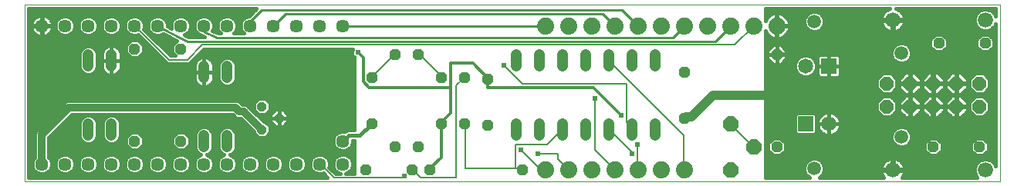
<source format=gbl>
G75*
%MOIN*%
%OFA0B0*%
%FSLAX24Y24*%
%IPPOS*%
%LPD*%
%AMOC8*
5,1,8,0,0,1.08239X$1,22.5*
%
%ADD10C,0.0010*%
%ADD11OC8,0.0600*%
%ADD12R,0.0650X0.0650*%
%ADD13C,0.0650*%
%ADD14OC8,0.0480*%
%ADD15C,0.0660*%
%ADD16C,0.0570*%
%ADD17OC8,0.0413*%
%ADD18C,0.0480*%
%ADD19C,0.0591*%
%ADD20C,0.0740*%
%ADD21OC8,0.0660*%
%ADD22C,0.0120*%
%ADD23C,0.0240*%
%ADD24C,0.0160*%
%ADD25C,0.0400*%
%ADD26C,0.0320*%
%ADD27C,0.0080*%
%ADD28C,0.0100*%
D10*
X001244Y004057D02*
X043370Y004057D01*
X043370Y011734D01*
X001244Y011734D01*
X001244Y004057D01*
D11*
X038494Y007307D03*
X039494Y007307D03*
X040494Y007307D03*
X041494Y007307D03*
X042494Y007307D03*
X042494Y008307D03*
X041494Y008307D03*
X040494Y008307D03*
X039494Y008307D03*
X038494Y008307D03*
D12*
X035994Y009057D03*
X034994Y006557D03*
D13*
X035994Y006557D03*
X034994Y009057D03*
D14*
X033744Y009557D03*
X029744Y008807D03*
X029744Y006807D03*
X033744Y005557D03*
X040494Y005557D03*
X042494Y005557D03*
X042744Y010057D03*
X040744Y010057D03*
X022744Y004557D03*
X018744Y004557D03*
X017994Y004557D03*
X015994Y004557D03*
X017244Y005557D03*
X018244Y005557D03*
X021244Y006507D03*
X020244Y006557D03*
X019244Y006557D03*
X016244Y006557D03*
X016244Y008557D03*
X019244Y008557D03*
X020244Y008557D03*
X021244Y008507D03*
X018244Y009557D03*
X017244Y009557D03*
X007994Y009807D03*
X005994Y009807D03*
X005994Y005807D03*
X007994Y005807D03*
D15*
X038744Y004557D03*
X042744Y004557D03*
X042744Y011057D03*
X038744Y011057D03*
D16*
X014994Y010807D03*
X013994Y010807D03*
X012994Y010807D03*
X011994Y010807D03*
X010994Y010807D03*
X009994Y010807D03*
X008994Y010807D03*
X007994Y010807D03*
X006994Y010807D03*
X005994Y010807D03*
X004994Y010807D03*
X003994Y010807D03*
X002994Y010807D03*
X001994Y010807D03*
X014994Y005807D03*
X014994Y004807D03*
X013994Y004807D03*
X012994Y004807D03*
X011994Y004807D03*
X010994Y004807D03*
X009994Y004807D03*
X008994Y004807D03*
X007994Y004807D03*
X006994Y004807D03*
X005994Y004807D03*
X004994Y004807D03*
X003994Y004807D03*
X002994Y004807D03*
X001994Y004807D03*
D17*
X011494Y006307D03*
X012244Y006807D03*
X011494Y007307D03*
D18*
X009994Y008567D02*
X009994Y009047D01*
X008994Y009047D02*
X008994Y008567D01*
X004994Y009067D02*
X004994Y009547D01*
X003994Y009547D02*
X003994Y009067D01*
X003994Y006547D02*
X003994Y006067D01*
X004994Y006067D02*
X004994Y006547D01*
X008994Y006047D02*
X008994Y005567D01*
X009994Y005567D02*
X009994Y006047D01*
X022494Y006067D02*
X022494Y006547D01*
X023494Y006547D02*
X023494Y006067D01*
X024494Y006067D02*
X024494Y006547D01*
X025494Y006547D02*
X025494Y006067D01*
X026494Y006067D02*
X026494Y006547D01*
X027494Y006547D02*
X027494Y006067D01*
X028494Y006067D02*
X028494Y006547D01*
X028494Y009067D02*
X028494Y009547D01*
X027494Y009547D02*
X027494Y009067D01*
X026494Y009067D02*
X026494Y009547D01*
X025494Y009547D02*
X025494Y009067D01*
X024494Y009067D02*
X024494Y009547D01*
X023494Y009547D02*
X023494Y009067D01*
X022494Y009067D02*
X022494Y009547D01*
D19*
X035364Y010991D03*
X039123Y009623D03*
X039123Y005991D03*
X035364Y004623D03*
D20*
X029744Y004557D03*
X028744Y004557D03*
X027744Y004557D03*
X026744Y004557D03*
X025744Y004557D03*
X024744Y004557D03*
X023744Y004557D03*
X023744Y010807D03*
X024744Y010807D03*
X025744Y010807D03*
X026744Y010807D03*
X027744Y010807D03*
X028744Y010807D03*
X029744Y010807D03*
X030744Y010807D03*
X031744Y010807D03*
X032744Y010807D03*
X033744Y010807D03*
D21*
X031744Y006557D03*
X032744Y005557D03*
X031744Y004557D03*
D22*
X038744Y004557D02*
X038764Y004617D01*
X040444Y006297D02*
X040444Y007257D01*
X040494Y007307D01*
X040444Y008377D02*
X040444Y009337D01*
X035994Y009057D02*
X035964Y009097D01*
X035484Y009577D02*
X033804Y009577D01*
X033744Y009557D01*
X033724Y010777D02*
X033744Y010807D01*
X038744Y011057D02*
X038764Y011017D01*
X027004Y006937D02*
X025804Y008137D01*
X021244Y008137D01*
X021244Y008507D01*
X021244Y008537D01*
X020604Y009177D01*
X019644Y009177D01*
X019644Y008137D01*
X016124Y008137D01*
X015884Y008377D01*
X015884Y009417D01*
X015644Y009657D01*
X019644Y008137D02*
X019644Y007017D01*
X019244Y006617D01*
X019244Y006557D01*
X019244Y005097D01*
X018764Y004617D01*
X018744Y004557D01*
X029744Y006807D02*
X029804Y006857D01*
D23*
X027004Y006937D03*
X025884Y007657D03*
X021964Y009097D03*
X015644Y009657D03*
X027724Y005657D03*
X027484Y005257D03*
X023404Y005257D03*
X022684Y005417D03*
X017644Y004297D03*
D24*
X015494Y004397D02*
X015114Y004397D01*
X015234Y004446D01*
X015354Y004566D01*
X015419Y004722D01*
X015419Y004891D01*
X015354Y005047D01*
X015234Y005167D01*
X015078Y005232D01*
X014909Y005232D01*
X014753Y005167D01*
X014633Y005047D01*
X014569Y004891D01*
X014569Y004722D01*
X014633Y004566D01*
X014753Y004446D01*
X014873Y004397D01*
X014678Y004397D01*
X014399Y004676D01*
X014419Y004722D01*
X014419Y004891D01*
X014354Y005047D01*
X014234Y005167D01*
X014078Y005232D01*
X013909Y005232D01*
X013753Y005167D01*
X013633Y005047D01*
X013569Y004891D01*
X013569Y004722D01*
X013633Y004566D01*
X013753Y004446D01*
X013909Y004382D01*
X014078Y004382D01*
X014153Y004413D01*
X014324Y004242D01*
X001429Y004242D01*
X001429Y011549D01*
X011267Y011549D01*
X010950Y011232D01*
X010909Y011232D01*
X010753Y011167D01*
X010633Y011047D01*
X010569Y010891D01*
X010569Y010722D01*
X010633Y010566D01*
X010713Y010487D01*
X010275Y010487D01*
X010354Y010566D01*
X010419Y010722D01*
X010419Y010891D01*
X010354Y011047D01*
X010234Y011167D01*
X010078Y011232D01*
X009909Y011232D01*
X009753Y011167D01*
X009633Y011047D01*
X009569Y010891D01*
X009569Y010722D01*
X009633Y010566D01*
X009713Y010487D01*
X009604Y010487D01*
X009365Y010591D01*
X009419Y010722D01*
X009419Y010891D01*
X009354Y011047D01*
X009234Y011167D01*
X009078Y011232D01*
X008909Y011232D01*
X008753Y011167D01*
X008633Y011047D01*
X008569Y010891D01*
X008569Y010722D01*
X008633Y010566D01*
X008753Y010446D01*
X008844Y010409D01*
X008845Y010404D01*
X008885Y010387D01*
X008915Y010357D01*
X008954Y010357D01*
X009022Y010327D01*
X008329Y010327D01*
X008156Y010414D01*
X008234Y010446D01*
X008354Y010566D01*
X008419Y010722D01*
X008419Y010891D01*
X008354Y011047D01*
X008234Y011167D01*
X008078Y011232D01*
X007909Y011232D01*
X007753Y011167D01*
X007633Y011047D01*
X007569Y010891D01*
X007569Y010722D01*
X007575Y010706D01*
X007419Y010785D01*
X007419Y010891D01*
X007354Y011047D01*
X007234Y011167D01*
X007078Y011232D01*
X006909Y011232D01*
X006753Y011167D01*
X006633Y011047D01*
X006569Y010891D01*
X006569Y010722D01*
X006633Y010566D01*
X006753Y010446D01*
X006909Y010382D01*
X007078Y010382D01*
X007234Y010446D01*
X007239Y010451D01*
X007811Y010162D01*
X007614Y009964D01*
X007614Y009649D01*
X007746Y009517D01*
X007558Y009517D01*
X006399Y010676D01*
X006419Y010722D01*
X006419Y010891D01*
X006354Y011047D01*
X006234Y011167D01*
X006078Y011232D01*
X005909Y011232D01*
X005753Y011167D01*
X005633Y011047D01*
X005569Y010891D01*
X005569Y010722D01*
X005633Y010566D01*
X005753Y010446D01*
X005909Y010382D01*
X006078Y010382D01*
X006153Y010413D01*
X007304Y009262D01*
X007409Y009157D01*
X008358Y009157D01*
X008998Y009797D01*
X015420Y009797D01*
X015384Y009708D01*
X015384Y009605D01*
X015423Y009509D01*
X015494Y009439D01*
X015494Y006277D01*
X015153Y006277D01*
X015099Y006223D01*
X015078Y006232D01*
X014909Y006232D01*
X014753Y006167D01*
X014633Y006047D01*
X014569Y005891D01*
X014569Y005722D01*
X014633Y005566D01*
X014753Y005446D01*
X014909Y005382D01*
X015078Y005382D01*
X015234Y005446D01*
X015354Y005566D01*
X015419Y005722D01*
X015419Y005837D01*
X015494Y005837D01*
X015494Y004397D01*
X015494Y004532D02*
X015320Y004532D01*
X015406Y004691D02*
X015494Y004691D01*
X015494Y004849D02*
X015419Y004849D01*
X015370Y005008D02*
X015494Y005008D01*
X015494Y005166D02*
X015235Y005166D01*
X015494Y005325D02*
X010289Y005325D01*
X010316Y005351D02*
X010374Y005491D01*
X010374Y006122D01*
X010316Y006262D01*
X010209Y006369D01*
X010069Y006427D01*
X009918Y006427D01*
X009778Y006369D01*
X009672Y006262D01*
X009614Y006122D01*
X009614Y005491D01*
X009672Y005351D01*
X009778Y005245D01*
X009859Y005211D01*
X009753Y005167D01*
X009633Y005047D01*
X009569Y004891D01*
X009569Y004722D01*
X009633Y004566D01*
X009753Y004446D01*
X009909Y004382D01*
X010078Y004382D01*
X010234Y004446D01*
X010354Y004566D01*
X010419Y004722D01*
X010419Y004891D01*
X010354Y005047D01*
X010234Y005167D01*
X010128Y005211D01*
X010209Y005245D01*
X010316Y005351D01*
X010370Y005483D02*
X014716Y005483D01*
X014602Y005642D02*
X010374Y005642D01*
X010374Y005800D02*
X014569Y005800D01*
X014597Y005959D02*
X010374Y005959D01*
X010374Y006117D02*
X011193Y006117D01*
X011147Y006163D02*
X011350Y005960D01*
X011637Y005960D01*
X011840Y006163D01*
X011840Y006450D01*
X011637Y006653D01*
X011571Y006653D01*
X010958Y007267D01*
X010874Y007351D01*
X010763Y007397D01*
X010648Y007397D01*
X010618Y007427D01*
X010534Y007511D01*
X010423Y007557D01*
X003104Y007557D01*
X002994Y007511D01*
X002909Y007427D01*
X002909Y007427D01*
X001824Y006341D01*
X001824Y006341D01*
X001739Y006257D01*
X001694Y006146D01*
X001694Y005108D01*
X001633Y005047D01*
X001569Y004891D01*
X001569Y004722D01*
X001633Y004566D01*
X001753Y004446D01*
X001909Y004382D01*
X002078Y004382D01*
X002234Y004446D01*
X002354Y004566D01*
X002419Y004722D01*
X002419Y004891D01*
X002354Y005047D01*
X002294Y005108D01*
X002294Y005962D01*
X003288Y006957D01*
X010239Y006957D01*
X010354Y006842D01*
X010464Y006797D01*
X010579Y006797D01*
X011147Y006229D01*
X011147Y006163D01*
X011100Y006276D02*
X010302Y006276D01*
X009685Y006276D02*
X009302Y006276D01*
X009316Y006262D02*
X009209Y006369D01*
X009069Y006427D01*
X008918Y006427D01*
X008778Y006369D01*
X008672Y006262D01*
X008614Y006122D01*
X008614Y005491D01*
X008672Y005351D01*
X008778Y005245D01*
X008859Y005211D01*
X008753Y005167D01*
X008633Y005047D01*
X008569Y004891D01*
X008569Y004722D01*
X008633Y004566D01*
X008753Y004446D01*
X008909Y004382D01*
X009078Y004382D01*
X009234Y004446D01*
X009354Y004566D01*
X009419Y004722D01*
X009419Y004891D01*
X009354Y005047D01*
X009234Y005167D01*
X009128Y005211D01*
X009209Y005245D01*
X009316Y005351D01*
X009374Y005491D01*
X009374Y006122D01*
X009316Y006262D01*
X009374Y006117D02*
X009614Y006117D01*
X009614Y005959D02*
X009374Y005959D01*
X009374Y005800D02*
X009614Y005800D01*
X009614Y005642D02*
X009374Y005642D01*
X009370Y005483D02*
X009617Y005483D01*
X009698Y005325D02*
X009289Y005325D01*
X009235Y005166D02*
X009752Y005166D01*
X009617Y005008D02*
X009370Y005008D01*
X009419Y004849D02*
X009569Y004849D01*
X009582Y004691D02*
X009406Y004691D01*
X009320Y004532D02*
X009667Y004532D01*
X010320Y004532D02*
X010667Y004532D01*
X010633Y004566D02*
X010753Y004446D01*
X010909Y004382D01*
X011078Y004382D01*
X011234Y004446D01*
X011354Y004566D01*
X011419Y004722D01*
X011419Y004891D01*
X011354Y005047D01*
X011234Y005167D01*
X011078Y005232D01*
X010909Y005232D01*
X010753Y005167D01*
X010633Y005047D01*
X010569Y004891D01*
X010569Y004722D01*
X010633Y004566D01*
X010582Y004691D02*
X010406Y004691D01*
X010419Y004849D02*
X010569Y004849D01*
X010617Y005008D02*
X010370Y005008D01*
X010235Y005166D02*
X010752Y005166D01*
X011235Y005166D02*
X011752Y005166D01*
X011753Y005167D02*
X011633Y005047D01*
X011569Y004891D01*
X011569Y004722D01*
X011633Y004566D01*
X011753Y004446D01*
X011909Y004382D01*
X012078Y004382D01*
X012234Y004446D01*
X012354Y004566D01*
X012419Y004722D01*
X012419Y004891D01*
X012354Y005047D01*
X012234Y005167D01*
X012078Y005232D01*
X011909Y005232D01*
X011753Y005167D01*
X011617Y005008D02*
X011370Y005008D01*
X011419Y004849D02*
X011569Y004849D01*
X011582Y004691D02*
X011406Y004691D01*
X011320Y004532D02*
X011667Y004532D01*
X012320Y004532D02*
X012667Y004532D01*
X012633Y004566D02*
X012753Y004446D01*
X012909Y004382D01*
X013078Y004382D01*
X013234Y004446D01*
X013354Y004566D01*
X013419Y004722D01*
X013419Y004891D01*
X013354Y005047D01*
X013234Y005167D01*
X013078Y005232D01*
X012909Y005232D01*
X012753Y005167D01*
X012633Y005047D01*
X012569Y004891D01*
X012569Y004722D01*
X012633Y004566D01*
X012582Y004691D02*
X012406Y004691D01*
X012419Y004849D02*
X012569Y004849D01*
X012617Y005008D02*
X012370Y005008D01*
X012235Y005166D02*
X012752Y005166D01*
X013235Y005166D02*
X013752Y005166D01*
X013617Y005008D02*
X013370Y005008D01*
X013419Y004849D02*
X013569Y004849D01*
X013582Y004691D02*
X013406Y004691D01*
X013320Y004532D02*
X013667Y004532D01*
X014192Y004374D02*
X001429Y004374D01*
X001429Y004532D02*
X001667Y004532D01*
X001582Y004691D02*
X001429Y004691D01*
X001429Y004849D02*
X001569Y004849D01*
X001617Y005008D02*
X001429Y005008D01*
X001429Y005166D02*
X001694Y005166D01*
X001694Y005325D02*
X001429Y005325D01*
X001429Y005483D02*
X001694Y005483D01*
X001694Y005642D02*
X001429Y005642D01*
X001429Y005800D02*
X001694Y005800D01*
X001694Y005959D02*
X001429Y005959D01*
X001429Y006117D02*
X001694Y006117D01*
X001758Y006276D02*
X001429Y006276D01*
X001429Y006434D02*
X001917Y006434D01*
X002075Y006593D02*
X001429Y006593D01*
X001429Y006751D02*
X002234Y006751D01*
X002392Y006910D02*
X001429Y006910D01*
X001429Y007068D02*
X002551Y007068D01*
X002709Y007227D02*
X001429Y007227D01*
X001429Y007385D02*
X002868Y007385D01*
X003073Y007544D02*
X001429Y007544D01*
X001429Y007702D02*
X015494Y007702D01*
X015494Y007544D02*
X011747Y007544D01*
X011840Y007450D02*
X011637Y007653D01*
X011350Y007653D01*
X011147Y007450D01*
X011147Y007163D01*
X011350Y006960D01*
X011637Y006960D01*
X011840Y007163D01*
X011840Y007450D01*
X011840Y007385D02*
X015494Y007385D01*
X015494Y007227D02*
X011840Y007227D01*
X011746Y007068D02*
X011958Y007068D01*
X011857Y006967D02*
X012084Y007193D01*
X012244Y007193D01*
X012244Y006807D01*
X012244Y006807D01*
X012630Y006807D01*
X012630Y006967D01*
X012404Y007193D01*
X012244Y007193D01*
X012244Y006807D01*
X012244Y006807D01*
X012630Y006807D01*
X012630Y006647D01*
X012404Y006420D01*
X012244Y006420D01*
X012244Y006807D01*
X012244Y006807D01*
X011857Y006807D01*
X011857Y006967D01*
X011857Y006910D02*
X011315Y006910D01*
X011242Y007068D02*
X011156Y007068D01*
X011147Y007227D02*
X010998Y007227D01*
X011147Y007385D02*
X010791Y007385D01*
X010455Y007544D02*
X011240Y007544D01*
X012244Y007068D02*
X012244Y007068D01*
X012244Y006910D02*
X012244Y006910D01*
X012244Y006807D02*
X011857Y006807D01*
X011857Y006647D01*
X012084Y006420D01*
X012244Y006420D01*
X012244Y006807D01*
X012244Y006807D01*
X012244Y006751D02*
X012244Y006751D01*
X012244Y006593D02*
X012244Y006593D01*
X012244Y006434D02*
X012244Y006434D01*
X012418Y006434D02*
X015494Y006434D01*
X015494Y006593D02*
X012577Y006593D01*
X012630Y006751D02*
X015494Y006751D01*
X015494Y006910D02*
X012630Y006910D01*
X012529Y007068D02*
X015494Y007068D01*
X016204Y006537D02*
X015724Y006057D01*
X015244Y006057D01*
X014994Y005807D01*
X015419Y005800D02*
X015494Y005800D01*
X015494Y005642D02*
X015385Y005642D01*
X015494Y005483D02*
X015271Y005483D01*
X014752Y005166D02*
X014235Y005166D01*
X014370Y005008D02*
X014617Y005008D01*
X014569Y004849D02*
X014419Y004849D01*
X014406Y004691D02*
X014582Y004691D01*
X014543Y004532D02*
X014667Y004532D01*
X014703Y006117D02*
X011795Y006117D01*
X011840Y006276D02*
X015152Y006276D01*
X012069Y006434D02*
X011840Y006434D01*
X011911Y006593D02*
X011698Y006593D01*
X011857Y006751D02*
X011473Y006751D01*
X010783Y006593D02*
X005374Y006593D01*
X005374Y006622D02*
X005316Y006762D01*
X005209Y006869D01*
X005069Y006927D01*
X004918Y006927D01*
X004778Y006869D01*
X004672Y006762D01*
X004614Y006622D01*
X004614Y005991D01*
X004672Y005851D01*
X004778Y005745D01*
X004918Y005687D01*
X005069Y005687D01*
X005209Y005745D01*
X005316Y005851D01*
X005374Y005991D01*
X005374Y006622D01*
X005320Y006751D02*
X010625Y006751D01*
X010286Y006910D02*
X005110Y006910D01*
X004877Y006910D02*
X004110Y006910D01*
X004069Y006927D02*
X003918Y006927D01*
X003778Y006869D01*
X003672Y006762D01*
X003614Y006622D01*
X003614Y005991D01*
X003672Y005851D01*
X003778Y005745D01*
X003918Y005687D01*
X004069Y005687D01*
X004209Y005745D01*
X004316Y005851D01*
X004374Y005991D01*
X004374Y006622D01*
X004316Y006762D01*
X004209Y006869D01*
X004069Y006927D01*
X003877Y006910D02*
X003241Y006910D01*
X003082Y006751D02*
X003667Y006751D01*
X003614Y006593D02*
X002924Y006593D01*
X002765Y006434D02*
X003614Y006434D01*
X003614Y006276D02*
X002607Y006276D01*
X002448Y006117D02*
X003614Y006117D01*
X003627Y005959D02*
X002294Y005959D01*
X002294Y005800D02*
X003723Y005800D01*
X004265Y005800D02*
X004723Y005800D01*
X004627Y005959D02*
X004360Y005959D01*
X004374Y006117D02*
X004614Y006117D01*
X004614Y006276D02*
X004374Y006276D01*
X004374Y006434D02*
X004614Y006434D01*
X004614Y006593D02*
X004374Y006593D01*
X004320Y006751D02*
X004667Y006751D01*
X005374Y006434D02*
X010942Y006434D01*
X008685Y006276D02*
X005374Y006276D01*
X005374Y006117D02*
X005767Y006117D01*
X005836Y006187D02*
X005614Y005964D01*
X005614Y005649D01*
X005836Y005427D01*
X006151Y005427D01*
X006374Y005649D01*
X006374Y005964D01*
X006151Y006187D01*
X005836Y006187D01*
X005614Y005959D02*
X005360Y005959D01*
X005265Y005800D02*
X005614Y005800D01*
X005621Y005642D02*
X002294Y005642D01*
X002294Y005483D02*
X005780Y005483D01*
X006208Y005483D02*
X007780Y005483D01*
X007836Y005427D02*
X007614Y005649D01*
X007614Y005964D01*
X007836Y006187D01*
X008151Y006187D01*
X008374Y005964D01*
X008374Y005649D01*
X008151Y005427D01*
X007836Y005427D01*
X007909Y005232D02*
X007753Y005167D01*
X007633Y005047D01*
X007569Y004891D01*
X007569Y004722D01*
X007633Y004566D01*
X007753Y004446D01*
X007909Y004382D01*
X008078Y004382D01*
X008234Y004446D01*
X008354Y004566D01*
X008419Y004722D01*
X008419Y004891D01*
X008354Y005047D01*
X008234Y005167D01*
X008078Y005232D01*
X007909Y005232D01*
X007752Y005166D02*
X007235Y005166D01*
X007234Y005167D02*
X007078Y005232D01*
X006909Y005232D01*
X006753Y005167D01*
X006633Y005047D01*
X006569Y004891D01*
X006569Y004722D01*
X006633Y004566D01*
X006753Y004446D01*
X006909Y004382D01*
X007078Y004382D01*
X007234Y004446D01*
X007354Y004566D01*
X007419Y004722D01*
X007419Y004891D01*
X007354Y005047D01*
X007234Y005167D01*
X007370Y005008D02*
X007617Y005008D01*
X007569Y004849D02*
X007419Y004849D01*
X007406Y004691D02*
X007582Y004691D01*
X007667Y004532D02*
X007320Y004532D01*
X006667Y004532D02*
X006320Y004532D01*
X006354Y004566D02*
X006419Y004722D01*
X006419Y004891D01*
X006354Y005047D01*
X006234Y005167D01*
X006078Y005232D01*
X005909Y005232D01*
X005753Y005167D01*
X005633Y005047D01*
X005569Y004891D01*
X005569Y004722D01*
X005633Y004566D01*
X005753Y004446D01*
X005909Y004382D01*
X006078Y004382D01*
X006234Y004446D01*
X006354Y004566D01*
X006406Y004691D02*
X006582Y004691D01*
X006569Y004849D02*
X006419Y004849D01*
X006370Y005008D02*
X006617Y005008D01*
X006752Y005166D02*
X006235Y005166D01*
X005752Y005166D02*
X005235Y005166D01*
X005234Y005167D02*
X005078Y005232D01*
X004909Y005232D01*
X004753Y005167D01*
X004633Y005047D01*
X004569Y004891D01*
X004569Y004722D01*
X004633Y004566D01*
X004753Y004446D01*
X004909Y004382D01*
X005078Y004382D01*
X005234Y004446D01*
X005354Y004566D01*
X005419Y004722D01*
X005419Y004891D01*
X005354Y005047D01*
X005234Y005167D01*
X005370Y005008D02*
X005617Y005008D01*
X005569Y004849D02*
X005419Y004849D01*
X005406Y004691D02*
X005582Y004691D01*
X005667Y004532D02*
X005320Y004532D01*
X004667Y004532D02*
X004320Y004532D01*
X004354Y004566D02*
X004419Y004722D01*
X004419Y004891D01*
X004354Y005047D01*
X004234Y005167D01*
X004078Y005232D01*
X003909Y005232D01*
X003753Y005167D01*
X003633Y005047D01*
X003569Y004891D01*
X003569Y004722D01*
X003633Y004566D01*
X003753Y004446D01*
X003909Y004382D01*
X004078Y004382D01*
X004234Y004446D01*
X004354Y004566D01*
X004406Y004691D02*
X004582Y004691D01*
X004569Y004849D02*
X004419Y004849D01*
X004370Y005008D02*
X004617Y005008D01*
X004752Y005166D02*
X004235Y005166D01*
X003752Y005166D02*
X003235Y005166D01*
X003234Y005167D02*
X003078Y005232D01*
X002909Y005232D01*
X002753Y005167D01*
X002633Y005047D01*
X002569Y004891D01*
X002569Y004722D01*
X002633Y004566D01*
X002753Y004446D01*
X002909Y004382D01*
X003078Y004382D01*
X003234Y004446D01*
X003354Y004566D01*
X003419Y004722D01*
X003419Y004891D01*
X003354Y005047D01*
X003234Y005167D01*
X003370Y005008D02*
X003617Y005008D01*
X003569Y004849D02*
X003419Y004849D01*
X003406Y004691D02*
X003582Y004691D01*
X003667Y004532D02*
X003320Y004532D01*
X002667Y004532D02*
X002320Y004532D01*
X002406Y004691D02*
X002582Y004691D01*
X002569Y004849D02*
X002419Y004849D01*
X002370Y005008D02*
X002617Y005008D01*
X002752Y005166D02*
X002294Y005166D01*
X002294Y005325D02*
X008698Y005325D01*
X008752Y005166D02*
X008235Y005166D01*
X008370Y005008D02*
X008617Y005008D01*
X008569Y004849D02*
X008419Y004849D01*
X008406Y004691D02*
X008582Y004691D01*
X008667Y004532D02*
X008320Y004532D01*
X008208Y005483D02*
X008617Y005483D01*
X008614Y005642D02*
X008366Y005642D01*
X008374Y005800D02*
X008614Y005800D01*
X008614Y005959D02*
X008374Y005959D01*
X008221Y006117D02*
X008614Y006117D01*
X007767Y006117D02*
X006221Y006117D01*
X006374Y005959D02*
X007614Y005959D01*
X007614Y005800D02*
X006374Y005800D01*
X006366Y005642D02*
X007621Y005642D01*
X001429Y007861D02*
X015494Y007861D01*
X015494Y008019D02*
X001429Y008019D01*
X001429Y008178D02*
X008832Y008178D01*
X008832Y008177D02*
X008895Y008157D01*
X008961Y008147D01*
X008994Y008147D01*
X009027Y008147D01*
X009092Y008157D01*
X009155Y008177D01*
X009214Y008207D01*
X009267Y008246D01*
X009314Y008293D01*
X009353Y008347D01*
X009383Y008405D01*
X009403Y008468D01*
X009414Y008534D01*
X009414Y008807D01*
X009414Y009080D01*
X009403Y009145D01*
X009383Y009208D01*
X009353Y009267D01*
X009314Y009320D01*
X009267Y009367D01*
X009214Y009406D01*
X009155Y009436D01*
X009092Y009456D01*
X009027Y009467D01*
X008994Y009467D01*
X008994Y008807D01*
X009414Y008807D01*
X008994Y008807D01*
X008994Y008807D01*
X008994Y008807D01*
X008994Y009467D01*
X008961Y009467D01*
X008895Y009456D01*
X008832Y009436D01*
X008774Y009406D01*
X008720Y009367D01*
X008673Y009320D01*
X008634Y009267D01*
X008604Y009208D01*
X008584Y009145D01*
X008574Y009080D01*
X008574Y008807D01*
X008994Y008807D01*
X008994Y008147D01*
X008994Y008807D01*
X008994Y008807D01*
X008994Y008807D01*
X008574Y008807D01*
X008574Y008534D01*
X008584Y008468D01*
X008604Y008405D01*
X008634Y008347D01*
X008673Y008293D01*
X008720Y008246D01*
X008774Y008207D01*
X008832Y008177D01*
X008994Y008178D02*
X008994Y008178D01*
X008994Y008336D02*
X008994Y008336D01*
X008994Y008495D02*
X008994Y008495D01*
X008994Y008653D02*
X008994Y008653D01*
X008994Y008812D02*
X008994Y008812D01*
X008994Y008970D02*
X008994Y008970D01*
X008994Y009129D02*
X008994Y009129D01*
X008994Y009287D02*
X008994Y009287D01*
X008994Y009446D02*
X008994Y009446D01*
X009125Y009446D02*
X015487Y009446D01*
X015494Y009287D02*
X010291Y009287D01*
X010316Y009262D02*
X010209Y009369D01*
X010069Y009427D01*
X009918Y009427D01*
X009778Y009369D01*
X009672Y009262D01*
X009614Y009122D01*
X009614Y008491D01*
X009672Y008351D01*
X009778Y008245D01*
X009918Y008187D01*
X010069Y008187D01*
X010209Y008245D01*
X010316Y008351D01*
X010374Y008491D01*
X010374Y009122D01*
X010316Y009262D01*
X010371Y009129D02*
X015494Y009129D01*
X015494Y008970D02*
X010374Y008970D01*
X010374Y008812D02*
X015494Y008812D01*
X015494Y008653D02*
X010374Y008653D01*
X010374Y008495D02*
X015494Y008495D01*
X015494Y008336D02*
X010301Y008336D01*
X009687Y008336D02*
X009345Y008336D01*
X009408Y008495D02*
X009614Y008495D01*
X009614Y008653D02*
X009414Y008653D01*
X009414Y008812D02*
X009614Y008812D01*
X009614Y008970D02*
X009414Y008970D01*
X009406Y009129D02*
X009616Y009129D01*
X009697Y009287D02*
X009338Y009287D01*
X008863Y009446D02*
X008647Y009446D01*
X008649Y009287D02*
X008489Y009287D01*
X008581Y009129D02*
X005414Y009129D01*
X005414Y009034D02*
X005414Y009307D01*
X005414Y009580D01*
X005403Y009645D01*
X005383Y009708D01*
X005353Y009767D01*
X005314Y009820D01*
X005267Y009867D01*
X005214Y009906D01*
X005155Y009936D01*
X005092Y009956D01*
X005027Y009967D01*
X004994Y009967D01*
X004994Y009307D01*
X005414Y009307D01*
X004994Y009307D01*
X004994Y009307D01*
X004994Y009307D01*
X004994Y009967D01*
X004961Y009967D01*
X004895Y009956D01*
X004832Y009936D01*
X004774Y009906D01*
X004720Y009867D01*
X004673Y009820D01*
X004634Y009767D01*
X004604Y009708D01*
X004584Y009645D01*
X004574Y009580D01*
X004574Y009307D01*
X004994Y009307D01*
X004994Y008647D01*
X005027Y008647D01*
X005092Y008657D01*
X005155Y008677D01*
X005214Y008707D01*
X005267Y008746D01*
X005314Y008793D01*
X005353Y008847D01*
X005383Y008905D01*
X005403Y008968D01*
X005414Y009034D01*
X005404Y008970D02*
X008574Y008970D01*
X008574Y008812D02*
X005328Y008812D01*
X005068Y008653D02*
X008574Y008653D01*
X008580Y008495D02*
X001429Y008495D01*
X001429Y008653D02*
X004920Y008653D01*
X004895Y008657D02*
X004961Y008647D01*
X004994Y008647D01*
X004994Y009307D01*
X004994Y009307D01*
X004994Y009307D01*
X004574Y009307D01*
X004574Y009034D01*
X004584Y008968D01*
X004604Y008905D01*
X004634Y008847D01*
X004673Y008793D01*
X004720Y008746D01*
X004774Y008707D01*
X004832Y008677D01*
X004895Y008657D01*
X004994Y008653D02*
X004994Y008653D01*
X004994Y008812D02*
X004994Y008812D01*
X004994Y008970D02*
X004994Y008970D01*
X004994Y009129D02*
X004994Y009129D01*
X004994Y009287D02*
X004994Y009287D01*
X004994Y009446D02*
X004994Y009446D01*
X004994Y009604D02*
X004994Y009604D01*
X004994Y009763D02*
X004994Y009763D01*
X004994Y009921D02*
X004994Y009921D01*
X005184Y009921D02*
X005614Y009921D01*
X005614Y009964D02*
X005614Y009649D01*
X005836Y009427D01*
X006151Y009427D01*
X006374Y009649D01*
X006374Y009964D01*
X006151Y010187D01*
X005836Y010187D01*
X005614Y009964D01*
X005729Y010080D02*
X001429Y010080D01*
X001429Y010238D02*
X006328Y010238D01*
X006258Y010080D02*
X006486Y010080D01*
X006374Y009921D02*
X006645Y009921D01*
X006803Y009763D02*
X006374Y009763D01*
X006329Y009604D02*
X006962Y009604D01*
X007120Y009446D02*
X006170Y009446D01*
X005817Y009446D02*
X005414Y009446D01*
X005410Y009604D02*
X005659Y009604D01*
X005614Y009763D02*
X005355Y009763D01*
X004804Y009921D02*
X004083Y009921D01*
X004069Y009927D02*
X003918Y009927D01*
X003778Y009869D01*
X003672Y009762D01*
X003614Y009622D01*
X003614Y008991D01*
X003672Y008851D01*
X003778Y008745D01*
X003918Y008687D01*
X004069Y008687D01*
X004209Y008745D01*
X004316Y008851D01*
X004374Y008991D01*
X004374Y009622D01*
X004316Y009762D01*
X004209Y009869D01*
X004069Y009927D01*
X003905Y009921D02*
X001429Y009921D01*
X001429Y009763D02*
X003672Y009763D01*
X003614Y009604D02*
X001429Y009604D01*
X001429Y009446D02*
X003614Y009446D01*
X003614Y009287D02*
X001429Y009287D01*
X001429Y009129D02*
X003614Y009129D01*
X003622Y008970D02*
X001429Y008970D01*
X001429Y008812D02*
X003711Y008812D01*
X004276Y008812D02*
X004660Y008812D01*
X004584Y008970D02*
X004365Y008970D01*
X004374Y009129D02*
X004574Y009129D01*
X004574Y009287D02*
X004374Y009287D01*
X004374Y009446D02*
X004574Y009446D01*
X004578Y009604D02*
X004374Y009604D01*
X004315Y009763D02*
X004632Y009763D01*
X004909Y010382D02*
X005078Y010382D01*
X005234Y010446D01*
X005354Y010566D01*
X005419Y010722D01*
X005419Y010891D01*
X005354Y011047D01*
X005234Y011167D01*
X005078Y011232D01*
X004909Y011232D01*
X004753Y011167D01*
X004633Y011047D01*
X004569Y010891D01*
X004569Y010722D01*
X004633Y010566D01*
X004753Y010446D01*
X004909Y010382D01*
X004873Y010397D02*
X004114Y010397D01*
X004078Y010382D02*
X004234Y010446D01*
X004354Y010566D01*
X004419Y010722D01*
X004419Y010891D01*
X004354Y011047D01*
X004234Y011167D01*
X004078Y011232D01*
X003909Y011232D01*
X003753Y011167D01*
X003633Y011047D01*
X003569Y010891D01*
X003569Y010722D01*
X003633Y010566D01*
X003753Y010446D01*
X003909Y010382D01*
X004078Y010382D01*
X003873Y010397D02*
X003114Y010397D01*
X003078Y010382D02*
X003234Y010446D01*
X003354Y010566D01*
X003419Y010722D01*
X003419Y010891D01*
X003354Y011047D01*
X003234Y011167D01*
X003078Y011232D01*
X002909Y011232D01*
X002753Y011167D01*
X002633Y011047D01*
X002569Y010891D01*
X002569Y010722D01*
X002633Y010566D01*
X002753Y010446D01*
X002909Y010382D01*
X003078Y010382D01*
X002873Y010397D02*
X002213Y010397D01*
X002237Y010409D02*
X002172Y010376D01*
X002103Y010353D01*
X002030Y010342D01*
X002009Y010342D01*
X002009Y010792D01*
X002009Y010822D01*
X001979Y010822D01*
X001979Y011272D01*
X001957Y011272D01*
X001885Y011260D01*
X001815Y011238D01*
X001750Y011204D01*
X001691Y011161D01*
X001639Y011110D01*
X001596Y011050D01*
X001563Y010985D01*
X001540Y010916D01*
X001529Y010843D01*
X001529Y010822D01*
X001979Y010822D01*
X001979Y010792D01*
X001529Y010792D01*
X001529Y010770D01*
X001540Y010698D01*
X001563Y010628D01*
X001596Y010563D01*
X001639Y010504D01*
X001691Y010452D01*
X001750Y010409D01*
X001815Y010376D01*
X001885Y010353D01*
X001957Y010342D01*
X001979Y010342D01*
X001979Y010792D01*
X002009Y010792D01*
X002459Y010792D01*
X002459Y010770D01*
X002447Y010698D01*
X002425Y010628D01*
X002391Y010563D01*
X002348Y010504D01*
X002297Y010452D01*
X002237Y010409D01*
X002386Y010555D02*
X002644Y010555D01*
X002572Y010714D02*
X002450Y010714D01*
X002459Y010822D02*
X002459Y010843D01*
X002447Y010916D01*
X002425Y010985D01*
X002391Y011050D01*
X002348Y011110D01*
X002297Y011161D01*
X002237Y011204D01*
X002172Y011238D01*
X002103Y011260D01*
X002030Y011272D01*
X002009Y011272D01*
X002009Y010822D01*
X002459Y010822D01*
X002454Y010872D02*
X002569Y010872D01*
X002626Y011031D02*
X002401Y011031D01*
X002258Y011189D02*
X002807Y011189D01*
X003181Y011189D02*
X003807Y011189D01*
X003626Y011031D02*
X003361Y011031D01*
X003419Y010872D02*
X003569Y010872D01*
X003572Y010714D02*
X003415Y010714D01*
X003343Y010555D02*
X003644Y010555D01*
X004343Y010555D02*
X004644Y010555D01*
X004572Y010714D02*
X004415Y010714D01*
X004419Y010872D02*
X004569Y010872D01*
X004626Y011031D02*
X004361Y011031D01*
X004181Y011189D02*
X004807Y011189D01*
X005181Y011189D02*
X005807Y011189D01*
X005626Y011031D02*
X005361Y011031D01*
X005419Y010872D02*
X005569Y010872D01*
X005572Y010714D02*
X005415Y010714D01*
X005343Y010555D02*
X005644Y010555D01*
X005873Y010397D02*
X005114Y010397D01*
X006114Y010397D02*
X006169Y010397D01*
X006520Y010555D02*
X006644Y010555D01*
X006678Y010397D02*
X006873Y010397D01*
X006837Y010238D02*
X007660Y010238D01*
X007729Y010080D02*
X006995Y010080D01*
X007154Y009921D02*
X007614Y009921D01*
X007614Y009763D02*
X007312Y009763D01*
X007471Y009604D02*
X007659Y009604D01*
X007279Y009287D02*
X005414Y009287D01*
X008642Y008336D02*
X001429Y008336D01*
X001429Y010397D02*
X001774Y010397D01*
X001979Y010397D02*
X002009Y010397D01*
X002009Y010555D02*
X001979Y010555D01*
X001979Y010714D02*
X002009Y010714D01*
X002009Y010872D02*
X001979Y010872D01*
X001979Y011031D02*
X002009Y011031D01*
X002009Y011189D02*
X001979Y011189D01*
X001729Y011189D02*
X001429Y011189D01*
X001429Y011031D02*
X001586Y011031D01*
X001533Y010872D02*
X001429Y010872D01*
X001429Y010714D02*
X001538Y010714D01*
X001602Y010555D02*
X001429Y010555D01*
X001429Y011348D02*
X011066Y011348D01*
X011225Y011506D02*
X001429Y011506D01*
X006181Y011189D02*
X006807Y011189D01*
X006626Y011031D02*
X006361Y011031D01*
X006419Y010872D02*
X006569Y010872D01*
X006572Y010714D02*
X006415Y010714D01*
X007114Y010397D02*
X007345Y010397D01*
X008190Y010397D02*
X008863Y010397D01*
X008644Y010555D02*
X008343Y010555D01*
X008415Y010714D02*
X008572Y010714D01*
X008569Y010872D02*
X008419Y010872D01*
X008361Y011031D02*
X008626Y011031D01*
X008807Y011189D02*
X008181Y011189D01*
X007807Y011189D02*
X007181Y011189D01*
X007361Y011031D02*
X007626Y011031D01*
X007569Y010872D02*
X007419Y010872D01*
X007561Y010714D02*
X007572Y010714D01*
X009181Y011189D02*
X009807Y011189D01*
X009626Y011031D02*
X009361Y011031D01*
X009419Y010872D02*
X009569Y010872D01*
X009572Y010714D02*
X009415Y010714D01*
X009447Y010555D02*
X009644Y010555D01*
X010343Y010555D02*
X010644Y010555D01*
X010572Y010714D02*
X010415Y010714D01*
X010419Y010872D02*
X010569Y010872D01*
X010626Y011031D02*
X010361Y011031D01*
X010181Y011189D02*
X010807Y011189D01*
X008964Y009763D02*
X015406Y009763D01*
X015384Y009604D02*
X008806Y009604D01*
X009155Y008178D02*
X015494Y008178D01*
X033244Y008178D02*
X038054Y008178D01*
X038054Y008124D02*
X038311Y007867D01*
X038676Y007867D01*
X038934Y008124D01*
X038934Y008489D01*
X038676Y008747D01*
X038311Y008747D01*
X038054Y008489D01*
X038054Y008124D01*
X038159Y008019D02*
X033244Y008019D01*
X033244Y007861D02*
X039261Y007861D01*
X039295Y007827D02*
X039474Y007827D01*
X039474Y008287D01*
X039014Y008287D01*
X039014Y008108D01*
X039295Y007827D01*
X039295Y007787D02*
X039014Y007506D01*
X039014Y007327D01*
X039474Y007327D01*
X039474Y007787D01*
X039295Y007787D01*
X039210Y007702D02*
X038720Y007702D01*
X038676Y007747D02*
X038311Y007747D01*
X038054Y007489D01*
X038054Y007124D01*
X038311Y006867D01*
X038676Y006867D01*
X038934Y007124D01*
X038934Y007489D01*
X038676Y007747D01*
X038879Y007544D02*
X039052Y007544D01*
X039014Y007385D02*
X038934Y007385D01*
X039014Y007287D02*
X039014Y007108D01*
X039295Y006827D01*
X039474Y006827D01*
X039474Y007287D01*
X039014Y007287D01*
X039014Y007227D02*
X038934Y007227D01*
X038877Y007068D02*
X039053Y007068D01*
X039212Y006910D02*
X038719Y006910D01*
X038268Y006910D02*
X036355Y006910D01*
X036379Y006886D02*
X036323Y006942D01*
X036258Y006989D01*
X036188Y007025D01*
X036112Y007049D01*
X036033Y007062D01*
X035994Y007062D01*
X035994Y006557D01*
X036499Y006557D01*
X036499Y006596D01*
X036486Y006675D01*
X036462Y006751D01*
X036426Y006821D01*
X036379Y006886D01*
X036461Y006751D02*
X043185Y006751D01*
X043185Y006593D02*
X036499Y006593D01*
X036499Y006557D02*
X035994Y006557D01*
X035994Y006557D01*
X035994Y006557D01*
X035994Y007062D01*
X035954Y007062D01*
X035875Y007049D01*
X035800Y007025D01*
X035729Y006989D01*
X035665Y006942D01*
X035609Y006886D01*
X035562Y006821D01*
X035526Y006751D01*
X035459Y006751D01*
X035526Y006751D02*
X035501Y006675D01*
X035489Y006596D01*
X035489Y006557D01*
X035994Y006557D01*
X035994Y006052D01*
X036033Y006052D01*
X036112Y006064D01*
X036188Y006089D01*
X036258Y006125D01*
X036323Y006171D01*
X036379Y006228D01*
X036426Y006292D01*
X036462Y006363D01*
X036486Y006438D01*
X036499Y006517D01*
X036499Y006557D01*
X036485Y006434D02*
X043185Y006434D01*
X043185Y006276D02*
X039454Y006276D01*
X039492Y006237D02*
X039370Y006360D01*
X039210Y006426D01*
X039037Y006426D01*
X038877Y006360D01*
X038754Y006237D01*
X038688Y006077D01*
X038688Y005904D01*
X038754Y005744D01*
X038877Y005622D01*
X039037Y005555D01*
X039210Y005555D01*
X039370Y005622D01*
X039492Y005744D01*
X039558Y005904D01*
X039558Y006077D01*
X039492Y006237D01*
X039542Y006117D02*
X043185Y006117D01*
X043185Y005959D02*
X039558Y005959D01*
X039515Y005800D02*
X040200Y005800D01*
X040114Y005714D02*
X040114Y005399D01*
X040336Y005177D01*
X040651Y005177D01*
X040874Y005399D01*
X040874Y005714D01*
X040651Y005937D01*
X040336Y005937D01*
X040114Y005714D01*
X040114Y005642D02*
X039390Y005642D01*
X038857Y005642D02*
X034124Y005642D01*
X034124Y005714D02*
X033901Y005937D01*
X033586Y005937D01*
X033364Y005714D01*
X033364Y005399D01*
X033586Y005177D01*
X033901Y005177D01*
X034124Y005399D01*
X034124Y005714D01*
X034038Y005800D02*
X038731Y005800D01*
X038688Y005959D02*
X033244Y005959D01*
X033244Y006117D02*
X034585Y006117D01*
X034611Y006092D02*
X035377Y006092D01*
X035459Y006174D01*
X035459Y006940D01*
X035377Y007022D01*
X034611Y007022D01*
X034529Y006940D01*
X034529Y006174D01*
X034611Y006092D01*
X034529Y006276D02*
X033244Y006276D01*
X033244Y006434D02*
X034529Y006434D01*
X034529Y006593D02*
X033244Y006593D01*
X033244Y006751D02*
X034529Y006751D01*
X034529Y006910D02*
X033244Y006910D01*
X033244Y007068D02*
X038110Y007068D01*
X038054Y007227D02*
X033244Y007227D01*
X033244Y007385D02*
X038054Y007385D01*
X038108Y007544D02*
X033244Y007544D01*
X033244Y007702D02*
X038267Y007702D01*
X038828Y008019D02*
X039102Y008019D01*
X039014Y008178D02*
X038934Y008178D01*
X038934Y008336D02*
X039014Y008336D01*
X039014Y008327D02*
X039474Y008327D01*
X039474Y008787D01*
X039295Y008787D01*
X039014Y008506D01*
X039014Y008327D01*
X039014Y008495D02*
X038928Y008495D01*
X038769Y008653D02*
X039161Y008653D01*
X039474Y008653D02*
X039514Y008653D01*
X039514Y008787D02*
X039693Y008787D01*
X039974Y008506D01*
X039974Y008327D01*
X039514Y008327D01*
X039514Y008287D01*
X039974Y008287D01*
X039974Y008108D01*
X039693Y007827D01*
X039514Y007827D01*
X039514Y008287D01*
X039474Y008287D01*
X039474Y008327D01*
X039514Y008327D01*
X039514Y008787D01*
X039514Y008495D02*
X039474Y008495D01*
X039474Y008336D02*
X039514Y008336D01*
X039514Y008178D02*
X039474Y008178D01*
X039474Y008019D02*
X039514Y008019D01*
X039514Y007861D02*
X039474Y007861D01*
X039514Y007787D02*
X039693Y007787D01*
X039974Y007506D01*
X039974Y007327D01*
X039514Y007327D01*
X039514Y007287D01*
X039974Y007287D01*
X039974Y007108D01*
X039693Y006827D01*
X039514Y006827D01*
X039514Y007287D01*
X039474Y007287D01*
X039474Y007327D01*
X039514Y007327D01*
X039514Y007787D01*
X039514Y007702D02*
X039474Y007702D01*
X039474Y007544D02*
X039514Y007544D01*
X039514Y007385D02*
X039474Y007385D01*
X039474Y007227D02*
X039514Y007227D01*
X039514Y007068D02*
X039474Y007068D01*
X039474Y006910D02*
X039514Y006910D01*
X039776Y006910D02*
X040212Y006910D01*
X040295Y006827D02*
X040474Y006827D01*
X040474Y007287D01*
X040014Y007287D01*
X040014Y007108D01*
X040295Y006827D01*
X040474Y006910D02*
X040514Y006910D01*
X040514Y006827D02*
X040693Y006827D01*
X040974Y007108D01*
X040974Y007287D01*
X040514Y007287D01*
X040514Y007327D01*
X040974Y007327D01*
X040974Y007506D01*
X040693Y007787D01*
X040514Y007787D01*
X040514Y007327D01*
X040474Y007327D01*
X040474Y007787D01*
X040295Y007787D01*
X040014Y007506D01*
X040014Y007327D01*
X040474Y007327D01*
X040474Y007287D01*
X040514Y007287D01*
X040514Y006827D01*
X040776Y006910D02*
X041212Y006910D01*
X041295Y006827D02*
X041474Y006827D01*
X041474Y007287D01*
X041014Y007287D01*
X041014Y007108D01*
X041295Y006827D01*
X041474Y006910D02*
X041514Y006910D01*
X041514Y006827D02*
X041693Y006827D01*
X041974Y007108D01*
X041974Y007287D01*
X041514Y007287D01*
X041514Y007327D01*
X041974Y007327D01*
X041974Y007506D01*
X041693Y007787D01*
X041514Y007787D01*
X041514Y007327D01*
X041474Y007327D01*
X041474Y007787D01*
X041295Y007787D01*
X041014Y007506D01*
X041014Y007327D01*
X041474Y007327D01*
X041474Y007287D01*
X041514Y007287D01*
X041514Y006827D01*
X041776Y006910D02*
X042268Y006910D01*
X042311Y006867D02*
X042054Y007124D01*
X042054Y007489D01*
X042311Y007747D01*
X042676Y007747D01*
X042934Y007489D01*
X042934Y007124D01*
X042676Y006867D01*
X042311Y006867D01*
X042719Y006910D02*
X043185Y006910D01*
X043185Y007068D02*
X042877Y007068D01*
X042934Y007227D02*
X043185Y007227D01*
X043185Y007385D02*
X042934Y007385D01*
X042879Y007544D02*
X043185Y007544D01*
X043185Y007702D02*
X042720Y007702D01*
X042676Y007867D02*
X042311Y007867D01*
X042054Y008124D01*
X042054Y008489D01*
X042311Y008747D01*
X042676Y008747D01*
X042934Y008489D01*
X042934Y008124D01*
X042676Y007867D01*
X042828Y008019D02*
X043185Y008019D01*
X043185Y007861D02*
X041727Y007861D01*
X041693Y007827D02*
X041514Y007827D01*
X041514Y008287D01*
X041514Y008327D01*
X041974Y008327D01*
X041974Y008506D01*
X041693Y008787D01*
X041514Y008787D01*
X041514Y008327D01*
X041474Y008327D01*
X041474Y008787D01*
X041295Y008787D01*
X041014Y008506D01*
X041014Y008327D01*
X041474Y008327D01*
X041474Y008287D01*
X041014Y008287D01*
X041014Y008108D01*
X041295Y007827D01*
X041474Y007827D01*
X041474Y008287D01*
X041514Y008287D01*
X041974Y008287D01*
X041974Y008108D01*
X041693Y007827D01*
X041777Y007702D02*
X042267Y007702D01*
X042108Y007544D02*
X041936Y007544D01*
X041974Y007385D02*
X042054Y007385D01*
X042054Y007227D02*
X041974Y007227D01*
X041934Y007068D02*
X042110Y007068D01*
X041514Y007068D02*
X041474Y007068D01*
X041474Y007227D02*
X041514Y007227D01*
X041514Y007385D02*
X041474Y007385D01*
X041474Y007544D02*
X041514Y007544D01*
X041514Y007702D02*
X041474Y007702D01*
X041474Y007861D02*
X041514Y007861D01*
X041514Y008019D02*
X041474Y008019D01*
X041474Y008178D02*
X041514Y008178D01*
X041514Y008336D02*
X041474Y008336D01*
X041474Y008495D02*
X041514Y008495D01*
X041514Y008653D02*
X041474Y008653D01*
X041161Y008653D02*
X040826Y008653D01*
X040693Y008787D02*
X040514Y008787D01*
X040514Y008327D01*
X040974Y008327D01*
X040974Y008506D01*
X040693Y008787D01*
X040474Y008787D02*
X040295Y008787D01*
X040014Y008506D01*
X040014Y008327D01*
X040474Y008327D01*
X040474Y008787D01*
X040474Y008653D02*
X040514Y008653D01*
X040514Y008495D02*
X040474Y008495D01*
X040474Y008336D02*
X040514Y008336D01*
X040514Y008327D02*
X040474Y008327D01*
X040474Y008287D01*
X040014Y008287D01*
X040014Y008108D01*
X040295Y007827D01*
X040474Y007827D01*
X040474Y008287D01*
X040514Y008287D01*
X040514Y008327D01*
X040514Y008287D02*
X040974Y008287D01*
X040974Y008108D01*
X040693Y007827D01*
X040514Y007827D01*
X040514Y008287D01*
X040514Y008178D02*
X040474Y008178D01*
X040474Y008019D02*
X040514Y008019D01*
X040514Y007861D02*
X040474Y007861D01*
X040474Y007702D02*
X040514Y007702D01*
X040514Y007544D02*
X040474Y007544D01*
X040474Y007385D02*
X040514Y007385D01*
X040514Y007227D02*
X040474Y007227D01*
X040474Y007068D02*
X040514Y007068D01*
X040934Y007068D02*
X041053Y007068D01*
X041014Y007227D02*
X040974Y007227D01*
X040974Y007385D02*
X041014Y007385D01*
X041052Y007544D02*
X040936Y007544D01*
X040777Y007702D02*
X041210Y007702D01*
X041261Y007861D02*
X040727Y007861D01*
X040885Y008019D02*
X041102Y008019D01*
X041014Y008178D02*
X040974Y008178D01*
X040974Y008336D02*
X041014Y008336D01*
X041014Y008495D02*
X040974Y008495D01*
X041826Y008653D02*
X042218Y008653D01*
X042059Y008495D02*
X041974Y008495D01*
X041974Y008336D02*
X042054Y008336D01*
X042054Y008178D02*
X041974Y008178D01*
X041885Y008019D02*
X042159Y008019D01*
X042934Y008178D02*
X043185Y008178D01*
X043185Y008336D02*
X042934Y008336D01*
X042928Y008495D02*
X043185Y008495D01*
X043185Y008653D02*
X042769Y008653D01*
X043185Y008812D02*
X036499Y008812D01*
X036499Y008708D02*
X036499Y009057D01*
X036499Y009405D01*
X036486Y009451D01*
X036463Y009492D01*
X036429Y009526D01*
X036388Y009549D01*
X036342Y009562D01*
X035994Y009562D01*
X035994Y009057D01*
X036499Y009057D01*
X035994Y009057D01*
X035994Y009057D01*
X035994Y009057D01*
X035994Y009562D01*
X035645Y009562D01*
X035599Y009549D01*
X035558Y009526D01*
X035525Y009492D01*
X035501Y009451D01*
X035489Y009405D01*
X035489Y009057D01*
X035994Y009057D01*
X035994Y008552D01*
X036342Y008552D01*
X036388Y008564D01*
X036429Y008588D01*
X036463Y008621D01*
X036486Y008662D01*
X036499Y008708D01*
X036481Y008653D02*
X038218Y008653D01*
X038059Y008495D02*
X033244Y008495D01*
X033244Y008653D02*
X034753Y008653D01*
X034730Y008662D02*
X034901Y008592D01*
X035086Y008592D01*
X035257Y008662D01*
X035388Y008793D01*
X035459Y008964D01*
X035459Y009149D01*
X035388Y009320D01*
X035257Y009451D01*
X035086Y009522D01*
X034901Y009522D01*
X034730Y009451D01*
X034599Y009320D01*
X034529Y009149D01*
X034529Y008964D01*
X034599Y008793D01*
X034730Y008662D01*
X034592Y008812D02*
X033244Y008812D01*
X033244Y008970D02*
X034529Y008970D01*
X034529Y009129D02*
X033244Y009129D01*
X033244Y009287D02*
X033419Y009287D01*
X033324Y009383D02*
X033570Y009137D01*
X033744Y009137D01*
X033918Y009137D01*
X034164Y009383D01*
X034164Y009557D01*
X034164Y009731D01*
X033918Y009977D01*
X033744Y009977D01*
X033744Y009557D01*
X033744Y009557D01*
X034164Y009557D01*
X033744Y009557D01*
X033744Y009557D01*
X033744Y009977D01*
X033570Y009977D01*
X033324Y009731D01*
X033324Y009557D01*
X033744Y009557D01*
X033744Y009557D01*
X033744Y009137D01*
X033744Y009557D01*
X033744Y009557D01*
X033324Y009557D01*
X033324Y009383D01*
X033324Y009446D02*
X033244Y009446D01*
X033244Y009604D02*
X033324Y009604D01*
X033356Y009763D02*
X033244Y009763D01*
X033244Y009921D02*
X033514Y009921D01*
X033744Y009921D02*
X033744Y009921D01*
X033744Y009763D02*
X033744Y009763D01*
X033744Y009604D02*
X033744Y009604D01*
X033744Y009446D02*
X033744Y009446D01*
X033744Y009287D02*
X033744Y009287D01*
X034068Y009287D02*
X034586Y009287D01*
X034725Y009446D02*
X034164Y009446D01*
X034164Y009604D02*
X038688Y009604D01*
X038688Y009536D02*
X038688Y009709D01*
X038754Y009869D01*
X038877Y009992D01*
X039037Y010058D01*
X039210Y010058D01*
X039370Y009992D01*
X039492Y009869D01*
X039558Y009709D01*
X039558Y009536D01*
X039492Y009376D01*
X039370Y009254D01*
X039210Y009187D01*
X039037Y009187D01*
X038877Y009254D01*
X038754Y009376D01*
X038688Y009536D01*
X038725Y009446D02*
X036488Y009446D01*
X036499Y009287D02*
X038843Y009287D01*
X039403Y009287D02*
X043185Y009287D01*
X043185Y009129D02*
X036499Y009129D01*
X036499Y008970D02*
X043185Y008970D01*
X043185Y009446D02*
X039521Y009446D01*
X039558Y009604D02*
X043185Y009604D01*
X043185Y009763D02*
X042987Y009763D01*
X042901Y009677D02*
X043124Y009899D01*
X043124Y010214D01*
X042901Y010437D01*
X042586Y010437D01*
X042364Y010214D01*
X042364Y009899D01*
X042586Y009677D01*
X042901Y009677D01*
X042500Y009763D02*
X040987Y009763D01*
X040901Y009677D02*
X041124Y009899D01*
X041124Y010214D01*
X040901Y010437D01*
X040586Y010437D01*
X040364Y010214D01*
X040364Y009899D01*
X040586Y009677D01*
X040901Y009677D01*
X040500Y009763D02*
X039536Y009763D01*
X039440Y009921D02*
X040364Y009921D01*
X040364Y010080D02*
X033244Y010080D01*
X033244Y010238D02*
X040388Y010238D01*
X040546Y010397D02*
X034112Y010397D01*
X034102Y010387D02*
X034163Y010448D01*
X034214Y010518D01*
X034253Y010596D01*
X034280Y010678D01*
X034294Y010763D01*
X034294Y010787D01*
X033764Y010787D01*
X033764Y010827D01*
X033724Y010827D01*
X033724Y011357D01*
X033700Y011357D01*
X033615Y011343D01*
X033533Y011316D01*
X033455Y011277D01*
X033385Y011226D01*
X033324Y011165D01*
X033273Y011095D01*
X033244Y011037D01*
X033244Y011549D01*
X038608Y011549D01*
X038548Y011529D01*
X038476Y011493D01*
X038411Y011446D01*
X038355Y011389D01*
X038308Y011324D01*
X038271Y011252D01*
X038246Y011176D01*
X038234Y011097D01*
X038234Y011087D01*
X038714Y011087D01*
X038714Y011027D01*
X038234Y011027D01*
X038234Y011017D01*
X038246Y010937D01*
X038271Y010861D01*
X038308Y010789D01*
X038355Y010724D01*
X038411Y010668D01*
X038476Y010621D01*
X038548Y010584D01*
X038624Y010559D01*
X038704Y010547D01*
X038714Y010547D01*
X038714Y011027D01*
X038774Y011027D01*
X038774Y011087D01*
X039254Y011087D01*
X039254Y011097D01*
X039241Y011176D01*
X039216Y011252D01*
X039180Y011324D01*
X039133Y011389D01*
X039076Y011446D01*
X039011Y011493D01*
X038939Y011529D01*
X038879Y011549D01*
X043185Y011549D01*
X043185Y011220D01*
X043142Y011323D01*
X043010Y011455D01*
X042837Y011527D01*
X042650Y011527D01*
X042477Y011455D01*
X042345Y011323D01*
X042274Y011150D01*
X042274Y010963D01*
X042345Y010790D01*
X042477Y010658D01*
X042650Y010587D01*
X042837Y010587D01*
X043010Y010658D01*
X043142Y010790D01*
X043185Y010893D01*
X043185Y004720D01*
X043142Y004823D01*
X043010Y004955D01*
X042837Y005027D01*
X042650Y005027D01*
X042477Y004955D01*
X042345Y004823D01*
X042274Y004650D01*
X042274Y004463D01*
X042345Y004290D01*
X042394Y004242D01*
X039145Y004242D01*
X039180Y004289D01*
X039216Y004361D01*
X039241Y004437D01*
X039254Y004517D01*
X039254Y004527D01*
X038774Y004527D01*
X038774Y004587D01*
X038714Y004587D01*
X038714Y005067D01*
X038704Y005067D01*
X038624Y005054D01*
X038548Y005029D01*
X038476Y004993D01*
X038411Y004946D01*
X038355Y004889D01*
X038308Y004824D01*
X038271Y004752D01*
X038246Y004676D01*
X038234Y004597D01*
X038234Y004587D01*
X038714Y004587D01*
X038714Y004527D01*
X038234Y004527D01*
X038234Y004517D01*
X038246Y004437D01*
X038271Y004361D01*
X038308Y004289D01*
X038342Y004242D01*
X035582Y004242D01*
X035611Y004254D01*
X035733Y004376D01*
X035800Y004536D01*
X035800Y004709D01*
X035733Y004869D01*
X035611Y004992D01*
X035451Y005058D01*
X035278Y005058D01*
X035118Y004992D01*
X034995Y004869D01*
X034929Y004709D01*
X034929Y004536D01*
X034995Y004376D01*
X035118Y004254D01*
X035147Y004242D01*
X033244Y004242D01*
X033244Y010577D01*
X033273Y010518D01*
X033324Y010448D01*
X033385Y010387D01*
X033455Y010336D01*
X033533Y010297D01*
X033615Y010270D01*
X033700Y010257D01*
X033724Y010257D01*
X033724Y010787D01*
X033764Y010787D01*
X033764Y010257D01*
X033787Y010257D01*
X033872Y010270D01*
X033955Y010297D01*
X034032Y010336D01*
X034102Y010387D01*
X033764Y010397D02*
X033724Y010397D01*
X033724Y010555D02*
X033764Y010555D01*
X033764Y010714D02*
X033724Y010714D01*
X033764Y010827D02*
X034294Y010827D01*
X034294Y010850D01*
X034280Y010935D01*
X034253Y011018D01*
X034214Y011095D01*
X034163Y011165D01*
X034102Y011226D01*
X034032Y011277D01*
X033955Y011316D01*
X033872Y011343D01*
X033787Y011357D01*
X033764Y011357D01*
X033764Y010827D01*
X033764Y010872D02*
X033724Y010872D01*
X033724Y011031D02*
X033764Y011031D01*
X033764Y011189D02*
X033724Y011189D01*
X033724Y011348D02*
X033764Y011348D01*
X033844Y011348D02*
X035106Y011348D01*
X035118Y011360D02*
X034995Y011237D01*
X034929Y011077D01*
X034929Y010904D01*
X034995Y010744D01*
X035118Y010622D01*
X035278Y010555D01*
X035451Y010555D01*
X035611Y010622D01*
X035733Y010744D01*
X035800Y010904D01*
X035800Y011077D01*
X035733Y011237D01*
X035611Y011360D01*
X035451Y011426D01*
X035278Y011426D01*
X035118Y011360D01*
X035623Y011348D02*
X038325Y011348D01*
X038251Y011189D02*
X035753Y011189D01*
X035800Y011031D02*
X038714Y011031D01*
X038774Y011031D02*
X042274Y011031D01*
X042290Y011189D02*
X039237Y011189D01*
X039254Y011027D02*
X038774Y011027D01*
X038774Y010547D01*
X038784Y010547D01*
X038863Y010559D01*
X038939Y010584D01*
X039011Y010621D01*
X039076Y010668D01*
X039133Y010724D01*
X039180Y010789D01*
X039216Y010861D01*
X039241Y010937D01*
X039254Y011017D01*
X039254Y011027D01*
X039220Y010872D02*
X042311Y010872D01*
X042422Y010714D02*
X039122Y010714D01*
X038838Y010555D02*
X043185Y010555D01*
X043185Y010397D02*
X042941Y010397D01*
X043100Y010238D02*
X043185Y010238D01*
X043185Y010080D02*
X043124Y010080D01*
X043124Y009921D02*
X043185Y009921D01*
X042364Y009921D02*
X041124Y009921D01*
X041124Y010080D02*
X042364Y010080D01*
X042388Y010238D02*
X041100Y010238D01*
X040941Y010397D02*
X042546Y010397D01*
X043065Y010714D02*
X043185Y010714D01*
X043176Y010872D02*
X043185Y010872D01*
X043185Y011348D02*
X043117Y011348D01*
X043185Y011506D02*
X042887Y011506D01*
X042601Y011506D02*
X038985Y011506D01*
X039163Y011348D02*
X042370Y011348D01*
X038774Y010872D02*
X038714Y010872D01*
X038714Y010714D02*
X038774Y010714D01*
X038774Y010555D02*
X038714Y010555D01*
X038650Y010555D02*
X034233Y010555D01*
X034286Y010714D02*
X035026Y010714D01*
X034942Y010872D02*
X034290Y010872D01*
X034247Y011031D02*
X034929Y011031D01*
X034975Y011189D02*
X034139Y011189D01*
X033644Y011348D02*
X033244Y011348D01*
X033244Y011506D02*
X038503Y011506D01*
X038267Y010872D02*
X035786Y010872D01*
X035703Y010714D02*
X038365Y010714D01*
X038806Y009921D02*
X033973Y009921D01*
X034132Y009763D02*
X038710Y009763D01*
X035994Y009446D02*
X035994Y009446D01*
X035994Y009287D02*
X035994Y009287D01*
X035994Y009129D02*
X035994Y009129D01*
X035994Y009057D02*
X035994Y009057D01*
X035994Y009057D01*
X035994Y008552D01*
X035645Y008552D01*
X035599Y008564D01*
X035558Y008588D01*
X035525Y008621D01*
X035501Y008662D01*
X035489Y008708D01*
X035489Y009057D01*
X035994Y009057D01*
X035994Y008970D02*
X035994Y008970D01*
X035994Y008812D02*
X035994Y008812D01*
X035994Y008653D02*
X035994Y008653D01*
X035506Y008653D02*
X035235Y008653D01*
X035396Y008812D02*
X035489Y008812D01*
X035489Y008970D02*
X035459Y008970D01*
X035459Y009129D02*
X035489Y009129D01*
X035489Y009287D02*
X035402Y009287D01*
X035500Y009446D02*
X035262Y009446D01*
X033376Y010397D02*
X033244Y010397D01*
X033244Y010555D02*
X033255Y010555D01*
X033244Y011189D02*
X033348Y011189D01*
X039826Y008653D02*
X040161Y008653D01*
X040014Y008495D02*
X039974Y008495D01*
X039974Y008336D02*
X040014Y008336D01*
X040014Y008178D02*
X039974Y008178D01*
X039885Y008019D02*
X040102Y008019D01*
X040261Y007861D02*
X039727Y007861D01*
X039777Y007702D02*
X040210Y007702D01*
X040052Y007544D02*
X039936Y007544D01*
X039974Y007385D02*
X040014Y007385D01*
X040014Y007227D02*
X039974Y007227D01*
X039934Y007068D02*
X040053Y007068D01*
X038792Y006276D02*
X036414Y006276D01*
X036243Y006117D02*
X038704Y006117D01*
X040114Y005483D02*
X034124Y005483D01*
X034049Y005325D02*
X040188Y005325D01*
X040799Y005325D02*
X042188Y005325D01*
X042114Y005399D02*
X042336Y005177D01*
X042651Y005177D01*
X042874Y005399D01*
X042874Y005714D01*
X042651Y005937D01*
X042336Y005937D01*
X042114Y005714D01*
X042114Y005399D01*
X042114Y005483D02*
X040874Y005483D01*
X040874Y005642D02*
X042114Y005642D01*
X042200Y005800D02*
X040788Y005800D01*
X042788Y005800D02*
X043185Y005800D01*
X043185Y005642D02*
X042874Y005642D01*
X042874Y005483D02*
X043185Y005483D01*
X043185Y005325D02*
X042799Y005325D01*
X043185Y005166D02*
X033244Y005166D01*
X033244Y005008D02*
X035156Y005008D01*
X034987Y004849D02*
X033244Y004849D01*
X033244Y004691D02*
X034929Y004691D01*
X034931Y004532D02*
X033244Y004532D01*
X033244Y004374D02*
X034998Y004374D01*
X035731Y004374D02*
X038267Y004374D01*
X038714Y004532D02*
X035798Y004532D01*
X035800Y004691D02*
X038251Y004691D01*
X038326Y004849D02*
X035742Y004849D01*
X035572Y005008D02*
X038505Y005008D01*
X038714Y005008D02*
X038774Y005008D01*
X038774Y005067D02*
X038774Y004587D01*
X039254Y004587D01*
X039254Y004597D01*
X039241Y004676D01*
X039216Y004752D01*
X039180Y004824D01*
X039133Y004889D01*
X039076Y004946D01*
X039011Y004993D01*
X038939Y005029D01*
X038863Y005054D01*
X038784Y005067D01*
X038774Y005067D01*
X038982Y005008D02*
X042604Y005008D01*
X042883Y005008D02*
X043185Y005008D01*
X043185Y004849D02*
X043116Y004849D01*
X042372Y004849D02*
X039162Y004849D01*
X039236Y004691D02*
X042290Y004691D01*
X042274Y004532D02*
X038774Y004532D01*
X038774Y004691D02*
X038714Y004691D01*
X038714Y004849D02*
X038774Y004849D01*
X039220Y004374D02*
X042311Y004374D01*
X035994Y006052D02*
X035994Y006557D01*
X035994Y006557D01*
X035994Y006557D01*
X035489Y006557D01*
X035489Y006517D01*
X035501Y006438D01*
X035526Y006363D01*
X035562Y006292D01*
X035609Y006228D01*
X035665Y006171D01*
X035729Y006125D01*
X035800Y006089D01*
X035875Y006064D01*
X035954Y006052D01*
X035994Y006052D01*
X035994Y006117D02*
X035994Y006117D01*
X035994Y006276D02*
X035994Y006276D01*
X035994Y006434D02*
X035994Y006434D01*
X035994Y006593D02*
X035994Y006593D01*
X035994Y006751D02*
X035994Y006751D01*
X035994Y006910D02*
X035994Y006910D01*
X035633Y006910D02*
X035459Y006910D01*
X035459Y006593D02*
X035489Y006593D01*
X035503Y006434D02*
X035459Y006434D01*
X035459Y006276D02*
X035574Y006276D01*
X035744Y006117D02*
X035402Y006117D01*
X033450Y005800D02*
X033244Y005800D01*
X033244Y005642D02*
X033364Y005642D01*
X033364Y005483D02*
X033244Y005483D01*
X033244Y005325D02*
X033438Y005325D01*
X033244Y008336D02*
X038054Y008336D01*
D25*
X033494Y007807D02*
X030994Y007807D01*
X030044Y006857D01*
X029804Y006857D01*
D26*
X011494Y006307D02*
X010704Y007097D01*
X010524Y007097D01*
X010364Y007257D01*
X003164Y007257D01*
X001994Y006087D01*
X001994Y004807D01*
D27*
X013994Y004807D02*
X014044Y004777D01*
X014604Y004217D01*
X017644Y004217D01*
X017644Y004297D01*
X017994Y004557D02*
X018044Y004537D01*
X018364Y004217D01*
X019884Y004217D01*
X019884Y008217D01*
X020204Y008537D01*
X020244Y008557D01*
X019244Y008557D02*
X019244Y008617D01*
X018284Y009577D01*
X018244Y009557D01*
X017244Y009577D02*
X017244Y009557D01*
X017244Y009577D02*
X016284Y008617D01*
X016244Y008557D01*
X021964Y009097D02*
X022764Y008297D01*
X027244Y008297D01*
X027244Y006617D01*
X027484Y006377D01*
X027494Y006307D01*
X026524Y006297D02*
X026494Y006307D01*
X026524Y006297D02*
X027484Y005337D01*
X027484Y005257D01*
X027724Y005657D02*
X027724Y004617D01*
X027744Y004557D01*
X026744Y004557D02*
X025884Y005417D01*
X025884Y007657D01*
X024494Y006307D02*
X024444Y006297D01*
X023804Y005657D01*
X022444Y005657D01*
X022444Y004617D01*
X022684Y004617D01*
X022744Y004557D01*
X022444Y004617D02*
X020284Y004617D01*
X020284Y006537D01*
X020244Y006557D01*
X016244Y006557D02*
X016204Y006537D01*
X022684Y005417D02*
X023484Y004617D01*
X023724Y004617D01*
X023744Y004557D01*
X024284Y005017D02*
X024744Y004557D01*
X024284Y005017D02*
X024284Y005257D01*
X023404Y005257D01*
X026524Y009257D02*
X029724Y006057D01*
X029724Y004617D01*
X029744Y004557D01*
X031804Y006457D02*
X032684Y005577D01*
X032744Y005557D01*
X031804Y006457D02*
X031804Y006537D01*
X031744Y006557D01*
X026524Y009257D02*
X026494Y009307D01*
X031914Y009977D02*
X032744Y010807D01*
X031914Y009977D02*
X008924Y009977D01*
X008284Y009337D01*
X007484Y009337D01*
X006014Y010807D01*
X005994Y010807D01*
D28*
X006994Y010787D02*
X006994Y010807D01*
X006994Y010787D02*
X008284Y010137D01*
X031074Y010137D01*
X031744Y010807D01*
X029744Y010807D02*
X029244Y010307D01*
X029244Y010297D01*
X009564Y010297D01*
X008994Y010547D01*
X008994Y010807D01*
X010994Y010807D02*
X010994Y011007D01*
X011484Y011497D01*
X027054Y011497D01*
X027744Y010807D01*
X026744Y010807D02*
X026214Y011337D01*
X012524Y011337D01*
X011994Y010807D01*
X014994Y010807D02*
X023744Y010807D01*
M02*

</source>
